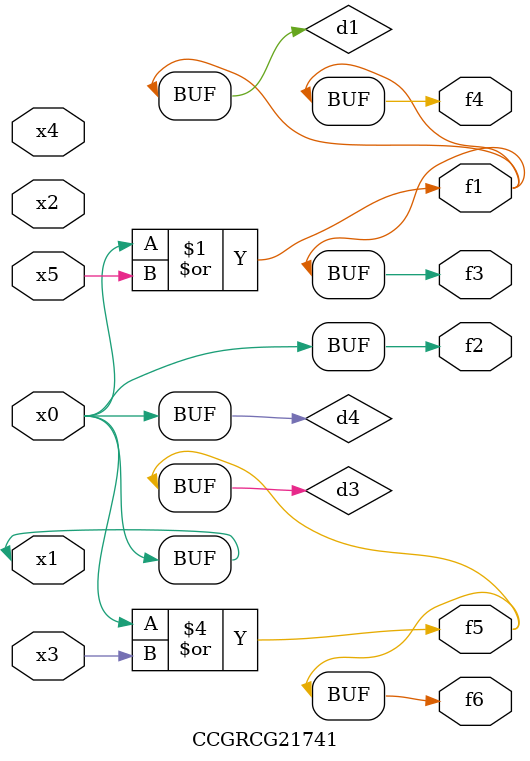
<source format=v>
module CCGRCG21741(
	input x0, x1, x2, x3, x4, x5,
	output f1, f2, f3, f4, f5, f6
);

	wire d1, d2, d3, d4;

	or (d1, x0, x5);
	xnor (d2, x1, x4);
	or (d3, x0, x3);
	buf (d4, x0, x1);
	assign f1 = d1;
	assign f2 = d4;
	assign f3 = d1;
	assign f4 = d1;
	assign f5 = d3;
	assign f6 = d3;
endmodule

</source>
